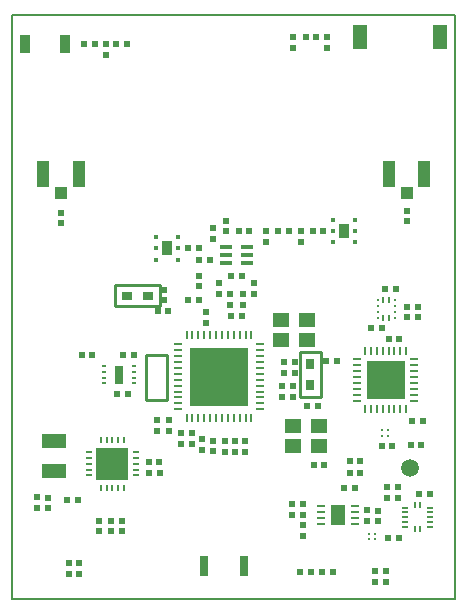
<source format=gtp>
%FSLAX25Y25*%
%MOIN*%
G70*
G01*
G75*
G04 Layer_Color=8421504*
%ADD10C,0.01244*%
%ADD11C,0.01772*%
%ADD12C,0.00787*%
%ADD13C,0.01000*%
%ADD14C,0.01575*%
%ADD15R,0.01969X0.01969*%
%ADD16R,0.01969X0.01969*%
%ADD17R,0.19291X0.19291*%
%ADD18O,0.00984X0.02756*%
%ADD19O,0.02756X0.00984*%
%ADD20R,0.04134X0.04134*%
%ADD21R,0.04134X0.08858*%
%ADD22R,0.01083X0.00984*%
%ADD23R,0.01083X0.01969*%
%ADD24R,0.03150X0.06693*%
%ADD25R,0.07992X0.05000*%
%ADD26R,0.05512X0.04724*%
%ADD27R,0.12992X0.12992*%
%ADD28O,0.00984X0.03150*%
%ADD29O,0.03150X0.00984*%
%ADD30R,0.03937X0.01575*%
%ADD31R,0.03150X0.03543*%
%ADD32R,0.03543X0.03150*%
%ADD33C,0.00787*%
%ADD34R,0.02362X0.01969*%
%ADD35C,0.05906*%
%ADD36O,0.02559X0.00984*%
%ADD37O,0.00984X0.02559*%
%ADD38R,0.11024X0.11024*%
%ADD39R,0.03543X0.06299*%
%ADD40R,0.04921X0.07874*%
%ADD41R,0.05118X0.06693*%
%ADD42O,0.02559X0.00787*%
%ADD43O,0.00787X0.02559*%
%ADD44R,0.03307X0.04803*%
%ADD45R,0.01740X0.01378*%
%ADD46R,0.01772X0.00984*%
%ADD47R,0.02756X0.06299*%
%ADD48C,0.01264*%
%ADD49C,0.01969*%
%ADD50C,0.00866*%
%ADD51C,0.00709*%
%ADD52C,0.00800*%
%ADD53C,0.00591*%
%ADD54C,0.00669*%
%ADD55C,0.00984*%
%ADD56C,0.01181*%
%ADD57C,0.01378*%
%ADD58C,0.01410*%
%ADD59R,0.01953X0.01969*%
%ADD60R,0.02953X0.01969*%
%ADD61R,0.05906X0.04134*%
%ADD62R,0.04423X0.05873*%
%ADD63R,0.09700X0.03900*%
%ADD64R,0.06400X0.04800*%
%ADD65R,0.02400X0.02800*%
%ADD66R,0.02800X0.02400*%
%ADD67R,0.02500X0.02800*%
%ADD68R,0.15900X0.01100*%
%ADD69R,0.02589X0.09647*%
%ADD70R,0.01975X0.09510*%
%ADD71R,0.05649X0.04800*%
%ADD72R,0.18046X0.01322*%
%ADD73R,0.18000X0.02233*%
%ADD74R,0.01364X0.08514*%
%ADD75R,0.01331X0.08465*%
%ADD76R,0.22123X0.02927*%
%ADD77R,0.09823X0.14573*%
%ADD78R,0.08600X0.05500*%
%ADD79R,0.08100X0.05600*%
%ADD80R,0.03700X0.03400*%
%ADD81R,0.06197X0.04400*%
%ADD82R,0.22700X0.03200*%
%ADD83R,0.08421X0.04909*%
%ADD84R,0.01422X0.05191*%
%ADD85R,0.01545X0.00445*%
%ADD86R,0.01558X0.02675*%
%ADD87R,0.04000X0.02020*%
%ADD88C,0.02165*%
%ADD89C,0.01969*%
%ADD90C,0.01575*%
%ADD91C,0.01772*%
%ADD92C,0.11811*%
%ADD93C,0.03543*%
%ADD94C,0.02598*%
%ADD95C,0.02756*%
%ADD96C,0.02559*%
%ADD97C,0.02362*%
%ADD98C,0.02756*%
%ADD99C,0.03937*%
%ADD100R,0.04724X0.05315*%
%ADD101R,0.03937X0.01378*%
%ADD102R,0.03937X0.05709*%
%ADD103R,0.05000X0.07992*%
%ADD104R,0.09843X0.06890*%
%ADD105R,0.00906X0.03150*%
%ADD106R,0.06299X0.09843*%
%ADD107R,0.04724X0.19685*%
%ADD108R,0.06299X0.11811*%
%ADD109O,0.00591X0.01969*%
%ADD110O,0.02953X0.00984*%
%ADD111O,0.00984X0.02953*%
%ADD112R,0.07087X0.07480*%
%ADD113R,0.09055X0.07480*%
%ADD114R,0.01575X0.05512*%
%ADD115C,0.00394*%
%ADD116C,0.00276*%
%ADD117C,0.00291*%
D12*
X0Y0D02*
Y194587D01*
Y0D02*
X147638D01*
X0Y194587D02*
X147638D01*
Y0D02*
Y194587D01*
D13*
X44700Y81500D02*
X51700D01*
Y66500D02*
Y81500D01*
X44700Y66500D02*
X51700D01*
X44700D02*
Y81500D01*
X95811Y67260D02*
Y82260D01*
X102811D01*
Y67260D02*
Y82260D01*
X95811Y67260D02*
X102811D01*
X34189Y104583D02*
X49189D01*
Y97583D02*
Y104583D01*
X34189Y97583D02*
X49189D01*
X34189D02*
Y104583D01*
D15*
X18736Y8300D02*
D03*
X22279D02*
D03*
X18736Y12000D02*
D03*
X22279D02*
D03*
X104536Y79500D02*
D03*
X108080D02*
D03*
X72933Y107677D02*
D03*
X76476D02*
D03*
X27479Y184900D02*
D03*
X23936D02*
D03*
X34721D02*
D03*
X38264D02*
D03*
X58663Y116929D02*
D03*
X62206D02*
D03*
X65764Y112992D02*
D03*
X62221D02*
D03*
X58660Y99705D02*
D03*
X62203D02*
D03*
X101319Y187224D02*
D03*
X97776D02*
D03*
X103642Y122638D02*
D03*
X100098D02*
D03*
X88583D02*
D03*
X92126D02*
D03*
X75492Y122629D02*
D03*
X79035D02*
D03*
X73032Y94390D02*
D03*
X76575D02*
D03*
X119587Y90453D02*
D03*
X123130D02*
D03*
X38480Y68500D02*
D03*
X34936D02*
D03*
X26680Y81400D02*
D03*
X23136D02*
D03*
X49016Y45768D02*
D03*
X45472D02*
D03*
X49114Y41929D02*
D03*
X45571D02*
D03*
X18209Y32972D02*
D03*
X21752D02*
D03*
X48425Y96063D02*
D03*
X51968D02*
D03*
X56299Y55512D02*
D03*
X59842D02*
D03*
X56299Y51772D02*
D03*
X59842D02*
D03*
X74114Y52756D02*
D03*
X77658D02*
D03*
Y49016D02*
D03*
X74114D02*
D03*
X100492Y44685D02*
D03*
X104035D02*
D03*
X98327Y64272D02*
D03*
X101870D02*
D03*
X126673Y51181D02*
D03*
X123130D02*
D03*
X133320Y59500D02*
D03*
X136864D02*
D03*
X132776Y51279D02*
D03*
X136319D02*
D03*
X129035Y86614D02*
D03*
X125492D02*
D03*
X124213Y103347D02*
D03*
X127756D02*
D03*
X99506Y8995D02*
D03*
X95963D02*
D03*
X115945Y46161D02*
D03*
X112402D02*
D03*
Y42028D02*
D03*
X115945D02*
D03*
X124408Y9498D02*
D03*
X120865D02*
D03*
X139075Y35138D02*
D03*
X135531D02*
D03*
X128839Y20276D02*
D03*
X125295D02*
D03*
X128445Y37500D02*
D03*
X124902D02*
D03*
X110531Y37106D02*
D03*
X114075D02*
D03*
X128445Y33563D02*
D03*
X124902D02*
D03*
X40564Y81500D02*
D03*
X37020D02*
D03*
X120865Y5857D02*
D03*
X124408D02*
D03*
X89862Y67224D02*
D03*
X93405D02*
D03*
X89862Y70965D02*
D03*
X93405D02*
D03*
D16*
X8300Y30357D02*
D03*
Y33900D02*
D03*
X12000Y33884D02*
D03*
Y30341D02*
D03*
X93400Y187264D02*
D03*
Y183721D02*
D03*
X63300Y49821D02*
D03*
Y53364D02*
D03*
X31092Y181395D02*
D03*
Y184939D02*
D03*
X16100Y128879D02*
D03*
Y125336D02*
D03*
X66831Y120079D02*
D03*
Y123622D02*
D03*
X62205Y104331D02*
D03*
Y107874D02*
D03*
X64567Y92126D02*
D03*
Y95669D02*
D03*
X104800Y187279D02*
D03*
Y183736D02*
D03*
X131560Y129547D02*
D03*
Y126004D02*
D03*
X96063Y119093D02*
D03*
Y122636D02*
D03*
X84646Y119095D02*
D03*
Y122638D02*
D03*
X71268Y126173D02*
D03*
Y122630D02*
D03*
X80710Y101772D02*
D03*
Y105315D02*
D03*
X68799Y101870D02*
D03*
Y105413D02*
D03*
X76870Y101575D02*
D03*
Y98032D02*
D03*
X72638Y101575D02*
D03*
Y98032D02*
D03*
X135236Y93996D02*
D03*
Y97539D02*
D03*
X131496Y93996D02*
D03*
Y97539D02*
D03*
X29000Y22600D02*
D03*
Y26143D02*
D03*
X36600Y22600D02*
D03*
Y26143D02*
D03*
X32800Y22600D02*
D03*
Y26143D02*
D03*
X94291Y75492D02*
D03*
Y79035D02*
D03*
X90551Y75492D02*
D03*
Y79035D02*
D03*
X50591Y103150D02*
D03*
Y99606D02*
D03*
X48386Y59756D02*
D03*
Y56213D02*
D03*
X52126D02*
D03*
Y59756D02*
D03*
X70768Y49213D02*
D03*
Y52756D02*
D03*
X121850Y29528D02*
D03*
Y25984D02*
D03*
X118209Y29626D02*
D03*
Y26083D02*
D03*
X96949Y21161D02*
D03*
Y24705D02*
D03*
X93110Y31594D02*
D03*
Y28051D02*
D03*
X96949Y31594D02*
D03*
Y28051D02*
D03*
X67000Y52880D02*
D03*
Y49336D02*
D03*
D17*
X68898Y74114D02*
D03*
D18*
X79724Y60335D02*
D03*
X77756D02*
D03*
X75787D02*
D03*
X73819D02*
D03*
X71850D02*
D03*
X69882D02*
D03*
X67913D02*
D03*
X65945D02*
D03*
X63976D02*
D03*
X62008D02*
D03*
X60039D02*
D03*
X58071D02*
D03*
Y87894D02*
D03*
X60039D02*
D03*
X62008D02*
D03*
X63976D02*
D03*
X65945D02*
D03*
X67913D02*
D03*
X69882D02*
D03*
X71850D02*
D03*
X73819D02*
D03*
X75787D02*
D03*
X77756D02*
D03*
X79724D02*
D03*
D19*
X55118Y63287D02*
D03*
Y65256D02*
D03*
Y67224D02*
D03*
Y69193D02*
D03*
Y71161D02*
D03*
Y73130D02*
D03*
Y75098D02*
D03*
Y77067D02*
D03*
Y79035D02*
D03*
Y81004D02*
D03*
Y82973D02*
D03*
Y84941D02*
D03*
X82677D02*
D03*
Y82973D02*
D03*
Y81004D02*
D03*
Y79035D02*
D03*
Y77067D02*
D03*
Y75098D02*
D03*
Y73130D02*
D03*
Y71161D02*
D03*
Y69193D02*
D03*
Y67224D02*
D03*
Y65256D02*
D03*
Y63287D02*
D03*
D20*
X16226Y135517D02*
D03*
X131461Y135551D02*
D03*
D21*
X22131Y141717D02*
D03*
X10321D02*
D03*
X137367Y141752D02*
D03*
X125556D02*
D03*
D22*
X127657Y99705D02*
D03*
Y97736D02*
D03*
Y95768D02*
D03*
Y93799D02*
D03*
X121752D02*
D03*
Y95768D02*
D03*
Y97736D02*
D03*
Y99705D02*
D03*
D23*
X125689D02*
D03*
X123721D02*
D03*
X125689Y93799D02*
D03*
X123721D02*
D03*
D24*
X77286Y10900D02*
D03*
X63900D02*
D03*
D25*
X13976Y52618D02*
D03*
Y42618D02*
D03*
D26*
X89567Y92913D02*
D03*
X98228D02*
D03*
Y86221D02*
D03*
X89567D02*
D03*
X93701Y57677D02*
D03*
X102362D02*
D03*
Y50984D02*
D03*
X93701D02*
D03*
D27*
X124409Y73032D02*
D03*
D28*
X117520Y82677D02*
D03*
X119488D02*
D03*
X121457D02*
D03*
X123425D02*
D03*
X125394D02*
D03*
X127362D02*
D03*
X129331D02*
D03*
X131299D02*
D03*
Y63386D02*
D03*
X129331D02*
D03*
X127362D02*
D03*
X125394D02*
D03*
X123425D02*
D03*
X121457D02*
D03*
X119488D02*
D03*
X117520D02*
D03*
D29*
X134055Y79921D02*
D03*
Y77953D02*
D03*
Y75984D02*
D03*
Y74016D02*
D03*
Y72047D02*
D03*
Y70079D02*
D03*
Y68110D02*
D03*
Y66142D02*
D03*
X114764D02*
D03*
Y68110D02*
D03*
Y70079D02*
D03*
Y72047D02*
D03*
Y74016D02*
D03*
Y75984D02*
D03*
Y77953D02*
D03*
Y79921D02*
D03*
X102756Y30906D02*
D03*
Y28937D02*
D03*
Y26969D02*
D03*
Y25000D02*
D03*
X114173D02*
D03*
Y26969D02*
D03*
Y28937D02*
D03*
Y30906D02*
D03*
D30*
X78347Y117323D02*
D03*
Y114764D02*
D03*
Y112205D02*
D03*
X71260D02*
D03*
Y114764D02*
D03*
Y117323D02*
D03*
D31*
X99311Y71260D02*
D03*
Y78347D02*
D03*
D32*
X38189Y101083D02*
D03*
X45276D02*
D03*
D33*
X125098Y54528D02*
D03*
X123130D02*
D03*
X125098Y56496D02*
D03*
X123130D02*
D03*
X120784Y21886D02*
D03*
Y19917D02*
D03*
X118816Y21886D02*
D03*
Y19917D02*
D03*
D34*
X103345Y8995D02*
D03*
X106888D02*
D03*
D35*
X132600Y43600D02*
D03*
D36*
X25394Y49114D02*
D03*
Y47146D02*
D03*
Y45177D02*
D03*
Y43209D02*
D03*
Y41240D02*
D03*
X41339D02*
D03*
Y43209D02*
D03*
Y45177D02*
D03*
Y47146D02*
D03*
Y49114D02*
D03*
D37*
X29429Y37205D02*
D03*
X31398D02*
D03*
X33366D02*
D03*
X35335D02*
D03*
X37303D02*
D03*
Y53150D02*
D03*
X35335D02*
D03*
X33366D02*
D03*
X31398D02*
D03*
X29429D02*
D03*
D38*
X33366Y45177D02*
D03*
D39*
X17685Y184941D02*
D03*
X4299D02*
D03*
D40*
X116021Y187325D02*
D03*
X142595D02*
D03*
D41*
X108465Y27953D02*
D03*
D42*
X131004Y30512D02*
D03*
Y28937D02*
D03*
Y27362D02*
D03*
Y25787D02*
D03*
Y24213D02*
D03*
X139075D02*
D03*
Y25787D02*
D03*
Y27362D02*
D03*
Y28937D02*
D03*
Y30512D02*
D03*
D43*
X134252Y23327D02*
D03*
X135827D02*
D03*
Y31398D02*
D03*
X134252D02*
D03*
D44*
X51500Y116900D02*
D03*
X110600Y122700D02*
D03*
D45*
X55122Y113160D02*
D03*
Y116900D02*
D03*
Y120640D02*
D03*
X47878Y113160D02*
D03*
Y116900D02*
D03*
Y120640D02*
D03*
X106978Y126440D02*
D03*
Y122700D02*
D03*
Y118960D02*
D03*
X114222Y126440D02*
D03*
Y122700D02*
D03*
Y118960D02*
D03*
D46*
X30400Y71900D02*
D03*
Y73869D02*
D03*
Y75837D02*
D03*
Y77806D02*
D03*
X40600D02*
D03*
Y75837D02*
D03*
Y73869D02*
D03*
Y71900D02*
D03*
D47*
X35500Y74843D02*
D03*
M02*

</source>
